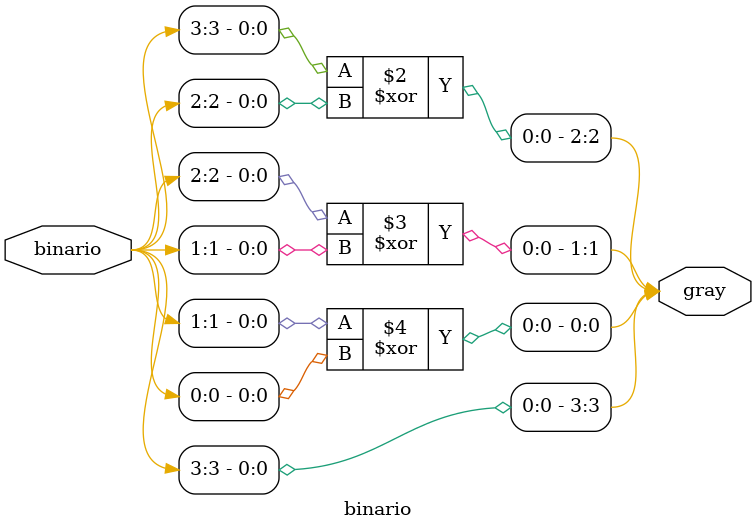
<source format=v>
module binario(binario,gray);

input      [3:0]binario;
output reg [3:0]gray;

always@(*)
begin
    gray[3]=binario[3];
    gray[2]=binario[3] ^ binario[2];
    gray[1]=binario[2] ^ binario[1];
    gray[0]=binario[1] ^ binario[0];
end
endmodule

</source>
